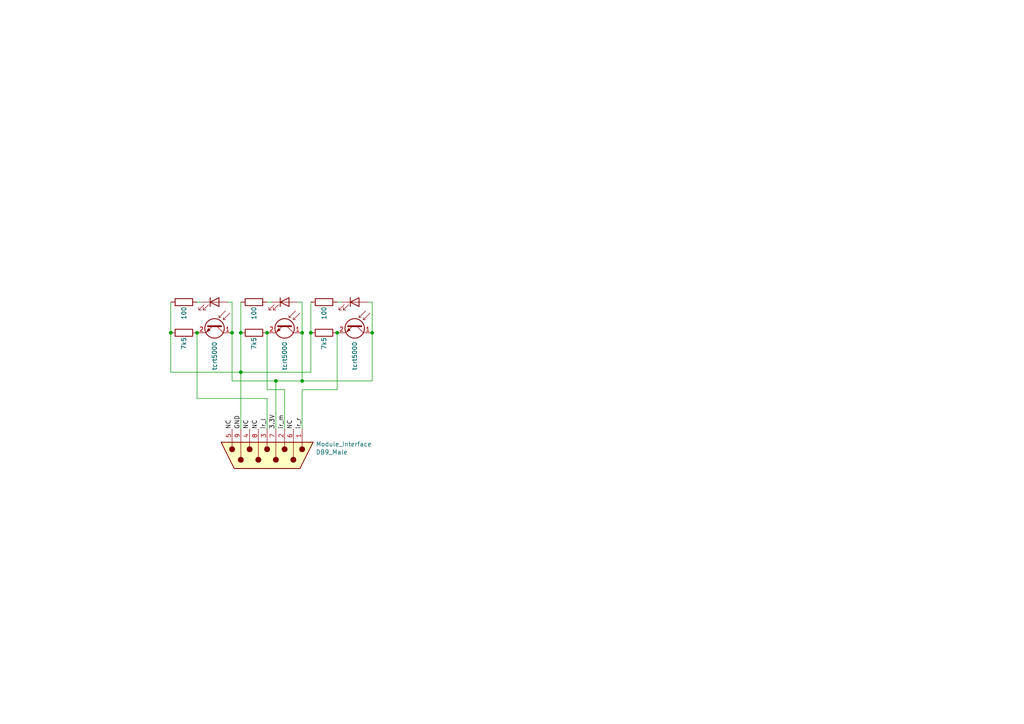
<source format=kicad_sch>
(kicad_sch (version 20211123) (generator eeschema)
  (paper "A4")
  (lib_symbols
    (symbol "Connector:DB9_Male" (pin_names (offset 1.016) hide)
      (property "Reference" "J" (at 0 13.97 0))
      (property "Value" "DB9_Male" (at 0 -14.605 0))
      (symbol "DB9_Male_0_1"
        (circle (center -1.778 -10.16) (radius 0.762) (fill (type outline)))
        (circle (center -1.778 -5.08) (radius 0.762) (fill (type outline)))
        (circle (center -1.778 0) (radius 0.762) (fill (type outline)))
        (circle (center -1.778 5.08) (radius 0.762) (fill (type outline)))
        (circle (center -1.778 10.16) (radius 0.762) (fill (type outline)))
        (polyline (pts (xy -3.81 -10.16) (xy -2.54 -10.16)))
        (polyline (pts (xy -3.81 -7.62) (xy 0.508 -7.62)))
        (polyline (pts (xy -3.81 -5.08) (xy -2.54 -5.08)))
        (polyline (pts (xy -3.81 -2.54) (xy 0.508 -2.54)))
        (polyline (pts (xy -3.81 0) (xy -2.54 0)))
        (polyline (pts (xy -3.81 2.54) (xy 0.508 2.54)))
        (polyline (pts (xy -3.81 5.08) (xy -2.54 5.08)))
        (polyline (pts (xy -3.81 7.62) (xy 0.508 7.62)))
        (polyline (pts (xy -3.81 10.16) (xy -2.54 10.16)))
        (polyline (pts (xy -3.81 -13.335) (xy -3.81 13.335) (xy 3.81 9.525) (xy 3.81 -9.525) (xy -3.81 -13.335)) (stroke (width 0.254)) (fill (type background)))
        (circle (center 1.27 -7.62) (radius 0.762) (fill (type outline)))
        (circle (center 1.27 -2.54) (radius 0.762) (fill (type outline)))
        (circle (center 1.27 2.54) (radius 0.762) (fill (type outline)))
        (circle (center 1.27 7.62) (radius 0.762) (fill (type outline)))
      )
      (symbol "DB9_Male_1_1"
        (pin passive line (at -7.62 -10.16 0) (length 3.81) (name "1") (number "1"))
        (pin passive line (at -7.62 -5.08 0) (length 3.81) (name "2") (number "2"))
        (pin passive line (at -7.62 0 0) (length 3.81) (name "3") (number "3"))
        (pin passive line (at -7.62 5.08 0) (length 3.81) (name "4") (number "4"))
        (pin passive line (at -7.62 10.16 0) (length 3.81) (name "5") (number "5"))
        (pin passive line (at -7.62 -7.62 0) (length 3.81) (name "6") (number "6"))
        (pin passive line (at -7.62 -2.54 0) (length 3.81) (name "7") (number "7"))
        (pin passive line (at -7.62 2.54 0) (length 3.81) (name "8") (number "8"))
        (pin passive line (at -7.62 7.62 0) (length 3.81) (name "9") (number "9"))
      )
    )
    (symbol "Device:LED" (pin_numbers hide) (pin_names (offset 1.016) hide)
      (property "Reference" "D" (at 0 2.54 0))
      (property "Value" "LED" (at 0 -2.54 0))
      (symbol "LED_0_1"
        (polyline (pts (xy -1.27 -1.27) (xy -1.27 1.27)) (stroke (width 0.254)))
        (polyline (pts (xy -1.27 0) (xy 1.27 0)))
        (polyline (pts (xy 1.27 -1.27) (xy 1.27 1.27) (xy -1.27 0) (xy 1.27 -1.27)) (stroke (width 0.254)))
        (polyline (pts (xy -3.048 -0.762) (xy -4.572 -2.286) (xy -3.81 -2.286) (xy -4.572 -2.286) (xy -4.572 -1.524)))
        (polyline (pts (xy -1.778 -0.762) (xy -3.302 -2.286) (xy -2.54 -2.286) (xy -3.302 -2.286) (xy -3.302 -1.524)))
      )
      (symbol "LED_1_1"
        (pin passive line (at -3.81 0 0) (length 2.54) (name "K") (number "1"))
        (pin passive line (at 3.81 0 180) (length 2.54) (name "A") (number "2"))
      )
    )
    (symbol "Device:Q_Photo_NPN" (pin_names (offset 0) hide)
      (property "Reference" "Q" (at 5.08 1.27 0))
      (property "Value" "Q_Photo_NPN" (at 5.08 -1.27 0))
      (symbol "Q_Photo_NPN_0_1"
        (polyline (pts (xy -1.905 1.27) (xy -2.54 1.27)))
        (polyline (pts (xy -1.27 2.54) (xy -1.905 2.54)))
        (polyline (pts (xy 0.635 0.635) (xy 2.54 2.54)))
        (polyline (pts (xy -3.81 3.175) (xy -1.905 1.27) (xy -1.905 1.905)))
        (polyline (pts (xy -3.175 4.445) (xy -1.27 2.54) (xy -1.27 3.175)))
        (polyline (pts (xy 0.635 -0.635) (xy 2.54 -2.54) (xy 2.54 -2.54)))
        (polyline (pts (xy 0.635 1.905) (xy 0.635 -1.905) (xy 0.635 -1.905)) (stroke (width 0.508)))
        (polyline (pts (xy 1.27 -1.778) (xy 1.778 -1.27) (xy 2.286 -2.286) (xy 1.27 -1.778) (xy 1.27 -1.778)) (fill (type outline)))
        (circle (center 1.27 0) (radius 2.8194) (stroke (width 0.254)))
      )
      (symbol "Q_Photo_NPN_1_1"
        (pin passive line (at 2.54 5.08 270) (length 2.54) (name "C") (number "1"))
        (pin passive line (at 2.54 -5.08 90) (length 2.54) (name "E") (number "2"))
      )
    )
    (symbol "Device:R" (pin_numbers hide) (pin_names (offset 0))
      (property "Reference" "R" (at 2.032 0 90))
      (property "Value" "R" (at 0 0 90))
      (symbol "R_0_1"
        (rectangle (start -1.016 -2.54) (end 1.016 2.54) (stroke (width 0.254)))
      )
      (symbol "R_1_1"
        (pin passive line (at 0 3.81 270) (length 1.27) (name "~") (number "1"))
        (pin passive line (at 0 -3.81 90) (length 1.27) (name "~") (number "2"))
      )
    )
  )
  (junction (at 67.31 96.52))
  (junction (at 69.85 96.52))
  (junction (at 97.79 96.52))
  (junction (at 107.95 96.52))
  (junction (at 90.17 96.52))
  (junction (at 49.53 96.52))
  (junction (at 87.63 96.52))
  (junction (at 87.63 110.49))
  (junction (at 69.85 107.95))
  (junction (at 57.15 96.52))
  (junction (at 80.01 110.49))
  (junction (at 77.47 96.52))
  (wire (pts (xy 69.85 107.95) (xy 90.17 107.95)))
  (wire (pts (xy 82.55 113.03) (xy 77.47 113.03)))
  (wire (pts (xy 97.79 113.03) (xy 97.79 96.52)))
  (wire (pts (xy 57.15 115.57) (xy 77.47 115.57)))
  (wire (pts (xy 69.85 107.95) (xy 69.85 124.46)))
  (wire (pts (xy 49.53 107.95) (xy 49.53 96.52)))
  (wire (pts (xy 87.63 87.63) (xy 86.36 87.63)))
  (wire (pts (xy 87.63 96.52) (xy 87.63 87.63)))
  (wire (pts (xy 69.85 87.63) (xy 69.85 96.52)))
  (wire (pts (xy 58.42 87.63) (xy 57.15 87.63)))
  (wire (pts (xy 90.17 87.63) (xy 90.17 96.52)))
  (wire (pts (xy 99.06 87.63) (xy 97.79 87.63)))
  (wire (pts (xy 87.63 113.03) (xy 97.79 113.03)))
  (wire (pts (xy 80.01 110.49) (xy 80.01 124.46)))
  (wire (pts (xy 77.47 115.57) (xy 77.47 124.46)))
  (wire (pts (xy 49.53 107.95) (xy 69.85 107.95)))
  (wire (pts (xy 67.31 96.52) (xy 67.31 110.49)))
  (wire (pts (xy 82.55 113.03) (xy 82.55 124.46)))
  (wire (pts (xy 67.31 87.63) (xy 66.04 87.63)))
  (wire (pts (xy 78.74 87.63) (xy 77.47 87.63)))
  (wire (pts (xy 107.95 96.52) (xy 107.95 87.63)))
  (wire (pts (xy 90.17 96.52) (xy 90.17 107.95)))
  (wire (pts (xy 107.95 110.49) (xy 107.95 96.52)))
  (wire (pts (xy 57.15 96.52) (xy 57.15 115.57)))
  (wire (pts (xy 87.63 110.49) (xy 87.63 96.52)))
  (wire (pts (xy 87.63 113.03) (xy 87.63 124.46)))
  (wire (pts (xy 69.85 96.52) (xy 69.85 107.95)))
  (wire (pts (xy 49.53 87.63) (xy 49.53 96.52)))
  (wire (pts (xy 87.63 110.49) (xy 107.95 110.49)))
  (wire (pts (xy 77.47 113.03) (xy 77.47 96.52)))
  (wire (pts (xy 107.95 87.63) (xy 106.68 87.63)))
  (wire (pts (xy 80.01 110.49) (xy 87.63 110.49)))
  (wire (pts (xy 67.31 110.49) (xy 80.01 110.49)))
  (wire (pts (xy 67.31 96.52) (xy 67.31 87.63)))
  (label "NC" (at 74.93 124.46 90))
  (label "ir_m" (at 82.55 124.46 90))
  (label "ir_l" (at 77.47 124.46 90))
  (label "NC" (at 67.31 124.46 90))
  (label "3.3V" (at 80.01 124.46 90))
  (label "NC" (at 72.39 124.46 90))
  (label "NC" (at 85.09 124.46 90))
  (label "GND" (at 69.85 124.46 90))
  (label "ir_r" (at 87.63 124.46 90))
  (symbol (lib_id "Connector:DB9_Male") (at 77.47 132.08 90) (mirror x) (unit 1)
    (property "Reference" "Module_Interface" (at 91.567 128.8288 90) (effects (justify right)))
    (property "Value" "DB9_Male" (at 91.567 131.1402 90) (effects (justify right)))
    (property "Datasheet" " ~" (effects hide))
  )
  (symbol (lib_id "Device:LED") (at 82.55 87.63 0) (unit 1)
    (property "Reference" "D?" (effects hide))
    (property "Value" "LED" (effects hide))
  )
  (symbol (lib_id "Device:Q_Photo_NPN") (at 62.23 93.98 270) (unit 1)
    (property "Reference" "Q?" (effects hide))
    (property "Value" "tcrt5000" (at 62.23 99.06 0) (effects (justify left)))
  )
  (symbol (lib_id "Device:R") (at 93.98 87.63 90) (unit 1)
    (property "Reference" "R?" (effects hide))
    (property "Value" "100" (at 93.98 88.9 0) (effects (justify right)))
  )
  (symbol (lib_id "Device:R") (at 73.66 87.63 90) (unit 1)
    (property "Reference" "R?" (effects hide))
    (property "Value" "100" (at 73.66 88.9 0) (effects (justify right)))
  )
  (symbol (lib_id "Device:R") (at 93.98 96.52 90) (unit 1)
    (property "Reference" "R?" (effects hide))
    (property "Value" "7k5" (at 93.98 97.79 0) (effects (justify right)))
  )
  (symbol (lib_id "Device:LED") (at 102.87 87.63 0) (unit 1)
    (property "Reference" "D?" (effects hide))
    (property "Value" "LED" (effects hide))
  )
  (symbol (lib_id "Device:R") (at 53.34 96.52 90) (unit 1)
    (property "Reference" "R?" (effects hide))
    (property "Value" "7k5" (at 53.34 97.79 0) (effects (justify right)))
  )
  (symbol (lib_id "Device:R") (at 73.66 96.52 90) (unit 1)
    (property "Reference" "R?" (effects hide))
    (property "Value" "7k5" (at 73.66 97.79 0) (effects (justify right)))
  )
  (symbol (lib_id "Device:Q_Photo_NPN") (at 82.55 93.98 270) (unit 1)
    (property "Reference" "Q?" (effects hide))
    (property "Value" "tcrt5000" (at 82.55 99.06 0) (effects (justify left)))
  )
  (symbol (lib_id "Device:LED") (at 62.23 87.63 0) (unit 1)
    (property "Reference" "D?" (effects hide))
    (property "Value" "LED" (effects hide))
  )
  (symbol (lib_id "Device:R") (at 53.34 87.63 90) (unit 1)
    (property "Reference" "R?" (effects hide))
    (property "Value" "100" (at 53.34 88.9 0) (effects (justify right)))
  )
  (symbol (lib_id "Device:Q_Photo_NPN") (at 102.87 93.98 270) (unit 1)
    (property "Reference" "Q?" (effects hide))
    (property "Value" "tcrt5000" (at 102.87 99.06 0) (effects (justify left)))
  )
)
</source>
